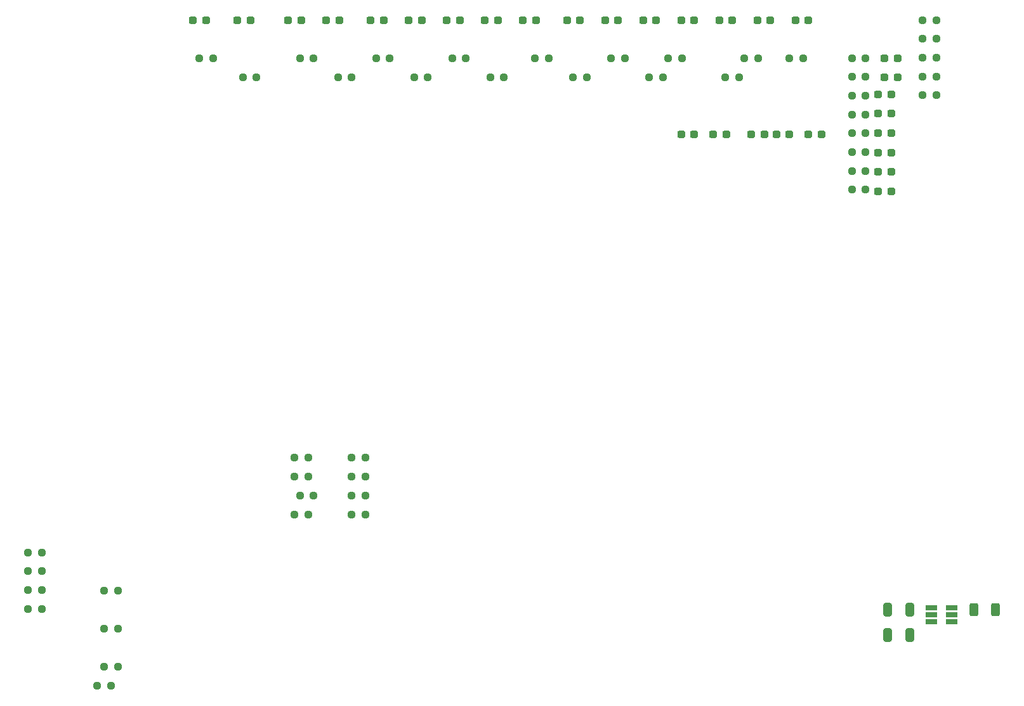
<source format=gbr>
%TF.GenerationSoftware,KiCad,Pcbnew,7.0.5*%
%TF.CreationDate,2024-08-11T23:03:57-04:00*%
%TF.ProjectId,card_for_74_series,63617264-5f66-46f7-925f-37345f736572,rev?*%
%TF.SameCoordinates,Original*%
%TF.FileFunction,Paste,Top*%
%TF.FilePolarity,Positive*%
%FSLAX46Y46*%
G04 Gerber Fmt 4.6, Leading zero omitted, Abs format (unit mm)*
G04 Created by KiCad (PCBNEW 7.0.5) date 2024-08-11 23:03:57*
%MOMM*%
%LPD*%
G01*
G04 APERTURE LIST*
G04 Aperture macros list*
%AMRoundRect*
0 Rectangle with rounded corners*
0 $1 Rounding radius*
0 $2 $3 $4 $5 $6 $7 $8 $9 X,Y pos of 4 corners*
0 Add a 4 corners polygon primitive as box body*
4,1,4,$2,$3,$4,$5,$6,$7,$8,$9,$2,$3,0*
0 Add four circle primitives for the rounded corners*
1,1,$1+$1,$2,$3*
1,1,$1+$1,$4,$5*
1,1,$1+$1,$6,$7*
1,1,$1+$1,$8,$9*
0 Add four rect primitives between the rounded corners*
20,1,$1+$1,$2,$3,$4,$5,0*
20,1,$1+$1,$4,$5,$6,$7,0*
20,1,$1+$1,$6,$7,$8,$9,0*
20,1,$1+$1,$8,$9,$2,$3,0*%
G04 Aperture macros list end*
%ADD10RoundRect,0.237500X-0.250000X-0.237500X0.250000X-0.237500X0.250000X0.237500X-0.250000X0.237500X0*%
%ADD11RoundRect,0.237500X-0.287500X-0.237500X0.287500X-0.237500X0.287500X0.237500X-0.287500X0.237500X0*%
%ADD12R,1.560000X0.650000*%
%ADD13RoundRect,0.250000X-0.325000X-0.650000X0.325000X-0.650000X0.325000X0.650000X-0.325000X0.650000X0*%
%ADD14RoundRect,0.250000X-0.312500X-0.625000X0.312500X-0.625000X0.312500X0.625000X-0.312500X0.625000X0*%
G04 APERTURE END LIST*
D10*
%TO.C,r4*%
X259080000Y-63380000D03*
X260905000Y-63380000D03*
%TD*%
%TO.C,r3*%
X259080000Y-60870000D03*
X260905000Y-60870000D03*
%TD*%
%TO.C,r2*%
X259080000Y-58360000D03*
X260905000Y-58360000D03*
%TD*%
%TO.C,r1*%
X259080000Y-55850000D03*
X260905000Y-55850000D03*
%TD*%
%TO.C,r0*%
X259080000Y-53340000D03*
X260905000Y-53340000D03*
%TD*%
%TO.C,r44*%
X249635000Y-75990000D03*
X251460000Y-75990000D03*
%TD*%
%TO.C,r43*%
X249635000Y-73480000D03*
X251460000Y-73480000D03*
%TD*%
%TO.C,r42*%
X249635000Y-70970000D03*
X251460000Y-70970000D03*
%TD*%
%TO.C,r41*%
X249635000Y-68460000D03*
X251460000Y-68460000D03*
%TD*%
%TO.C,r40*%
X249635000Y-65950000D03*
X251460000Y-65950000D03*
%TD*%
%TO.C,r39*%
X249635000Y-63440000D03*
X251460000Y-63440000D03*
%TD*%
%TO.C,r38*%
X249635000Y-60930000D03*
X251460000Y-60930000D03*
%TD*%
%TO.C,r37*%
X249635000Y-58420000D03*
X251460000Y-58420000D03*
%TD*%
%TO.C,r36*%
X162560000Y-58420000D03*
X164385000Y-58420000D03*
%TD*%
%TO.C,r35*%
X168355000Y-60960000D03*
X170180000Y-60960000D03*
%TD*%
%TO.C,r34*%
X175975000Y-58420000D03*
X177800000Y-58420000D03*
%TD*%
%TO.C,r33*%
X181055000Y-60960000D03*
X182880000Y-60960000D03*
%TD*%
%TO.C,r32*%
X186135000Y-58420000D03*
X187960000Y-58420000D03*
%TD*%
%TO.C,r31*%
X193040000Y-60960000D03*
X191215000Y-60960000D03*
%TD*%
%TO.C,r30*%
X196295000Y-58420000D03*
X198120000Y-58420000D03*
%TD*%
%TO.C,r29*%
X201375000Y-60960000D03*
X203200000Y-60960000D03*
%TD*%
%TO.C,r28*%
X207367500Y-58420000D03*
X209192500Y-58420000D03*
%TD*%
%TO.C,r27*%
X212447500Y-60960000D03*
X214272500Y-60960000D03*
%TD*%
%TO.C,r26*%
X217527500Y-58420000D03*
X219352500Y-58420000D03*
%TD*%
%TO.C,r25*%
X222607500Y-60960000D03*
X224432500Y-60960000D03*
%TD*%
%TO.C,r24*%
X225147500Y-58420000D03*
X226972500Y-58420000D03*
%TD*%
%TO.C,r23*%
X232767500Y-60960000D03*
X234592500Y-60960000D03*
%TD*%
%TO.C,r22*%
X235307500Y-58420000D03*
X237132500Y-58420000D03*
%TD*%
%TO.C,r21*%
X150772500Y-142240000D03*
X148947500Y-142240000D03*
%TD*%
%TO.C,r20*%
X149860000Y-134620000D03*
X151685000Y-134620000D03*
%TD*%
%TO.C,r19*%
X149860000Y-129540000D03*
X151685000Y-129540000D03*
%TD*%
%TO.C,r18*%
X139700000Y-131990000D03*
X141525000Y-131990000D03*
%TD*%
%TO.C,r17*%
X139700000Y-129480000D03*
X141525000Y-129480000D03*
%TD*%
%TO.C,r16*%
X139700000Y-126970000D03*
X141525000Y-126970000D03*
%TD*%
%TO.C,r15*%
X139700000Y-124460000D03*
X141525000Y-124460000D03*
%TD*%
%TO.C,r14*%
X149860000Y-139700000D03*
X151685000Y-139700000D03*
%TD*%
%TO.C,r13*%
X175260000Y-119380000D03*
X177085000Y-119380000D03*
%TD*%
%TO.C,r12*%
X182880000Y-111760000D03*
X184705000Y-111760000D03*
%TD*%
%TO.C,r11*%
X175260000Y-111760000D03*
X177085000Y-111760000D03*
%TD*%
%TO.C,r10*%
X175975000Y-116840000D03*
X177800000Y-116840000D03*
%TD*%
%TO.C,r9*%
X182880000Y-114300000D03*
X184705000Y-114300000D03*
%TD*%
%TO.C,r8*%
X175260000Y-114300000D03*
X177085000Y-114300000D03*
%TD*%
%TO.C,r7*%
X182880000Y-116840000D03*
X184705000Y-116840000D03*
%TD*%
%TO.C,r6*%
X182880000Y-119380000D03*
X184705000Y-119380000D03*
%TD*%
%TO.C,r5*%
X241300000Y-58420000D03*
X243125000Y-58420000D03*
%TD*%
D11*
%TO.C,D29*%
X253125000Y-76200000D03*
X254875000Y-76200000D03*
%TD*%
%TO.C,D28*%
X253125000Y-73610000D03*
X254875000Y-73610000D03*
%TD*%
%TO.C,D27*%
X253125000Y-71020000D03*
X254875000Y-71020000D03*
%TD*%
%TO.C,D26*%
X253125000Y-68430000D03*
X254875000Y-68430000D03*
%TD*%
%TO.C,D25*%
X253125000Y-65840000D03*
X254875000Y-65840000D03*
%TD*%
%TO.C,D24*%
X253125000Y-63250000D03*
X254875000Y-63250000D03*
%TD*%
%TO.C,D23*%
X254000000Y-60960000D03*
X255750000Y-60960000D03*
%TD*%
%TO.C,D22*%
X254000000Y-58420000D03*
X255750000Y-58420000D03*
%TD*%
%TO.C,D21*%
X161685000Y-53340000D03*
X163435000Y-53340000D03*
%TD*%
%TO.C,D20*%
X167640000Y-53340000D03*
X169390000Y-53340000D03*
%TD*%
%TO.C,D19*%
X174385000Y-53340000D03*
X176135000Y-53340000D03*
%TD*%
%TO.C,D18*%
X181215000Y-53340000D03*
X179465000Y-53340000D03*
%TD*%
%TO.C,D17*%
X185420000Y-53340000D03*
X187170000Y-53340000D03*
%TD*%
%TO.C,D16*%
X190500000Y-53340000D03*
X192250000Y-53340000D03*
%TD*%
%TO.C,D15*%
X195580000Y-53340000D03*
X197330000Y-53340000D03*
%TD*%
%TO.C,D14*%
X200660000Y-53340000D03*
X202410000Y-53340000D03*
%TD*%
%TO.C,D13*%
X205740000Y-53340000D03*
X207490000Y-53340000D03*
%TD*%
%TO.C,D12*%
X211610000Y-53340000D03*
X213360000Y-53340000D03*
%TD*%
%TO.C,D11*%
X216690000Y-53340000D03*
X218440000Y-53340000D03*
%TD*%
%TO.C,D10*%
X221770000Y-53340000D03*
X223520000Y-53340000D03*
%TD*%
%TO.C,D9*%
X226850000Y-53340000D03*
X228600000Y-53340000D03*
%TD*%
%TO.C,D8*%
X233680000Y-53340000D03*
X231930000Y-53340000D03*
%TD*%
%TO.C,D7*%
X238760000Y-53340000D03*
X237010000Y-53340000D03*
%TD*%
%TO.C,D6*%
X243840000Y-53340000D03*
X242090000Y-53340000D03*
%TD*%
%TO.C,D5*%
X236220000Y-68580000D03*
X237970000Y-68580000D03*
%TD*%
%TO.C,D4*%
X243840000Y-68580000D03*
X245590000Y-68580000D03*
%TD*%
%TO.C,D3*%
X239550000Y-68580000D03*
X241300000Y-68580000D03*
%TD*%
%TO.C,D2*%
X232890000Y-68580000D03*
X231140000Y-68580000D03*
%TD*%
%TO.C,D1*%
X226850000Y-68580000D03*
X228600000Y-68580000D03*
%TD*%
D12*
%TO.C,U3*%
X260270000Y-131810000D03*
X260270000Y-132760000D03*
X260270000Y-133710000D03*
X262970000Y-133710000D03*
X262970000Y-132760000D03*
X262970000Y-131810000D03*
%TD*%
D13*
%TO.C,C2*%
X254395000Y-135460000D03*
X257345000Y-135460000D03*
%TD*%
%TO.C,C1*%
X254395000Y-132110000D03*
X257345000Y-132110000D03*
%TD*%
D14*
%TO.C,5V_rsns1*%
X265887500Y-132080000D03*
X268812500Y-132080000D03*
%TD*%
M02*

</source>
